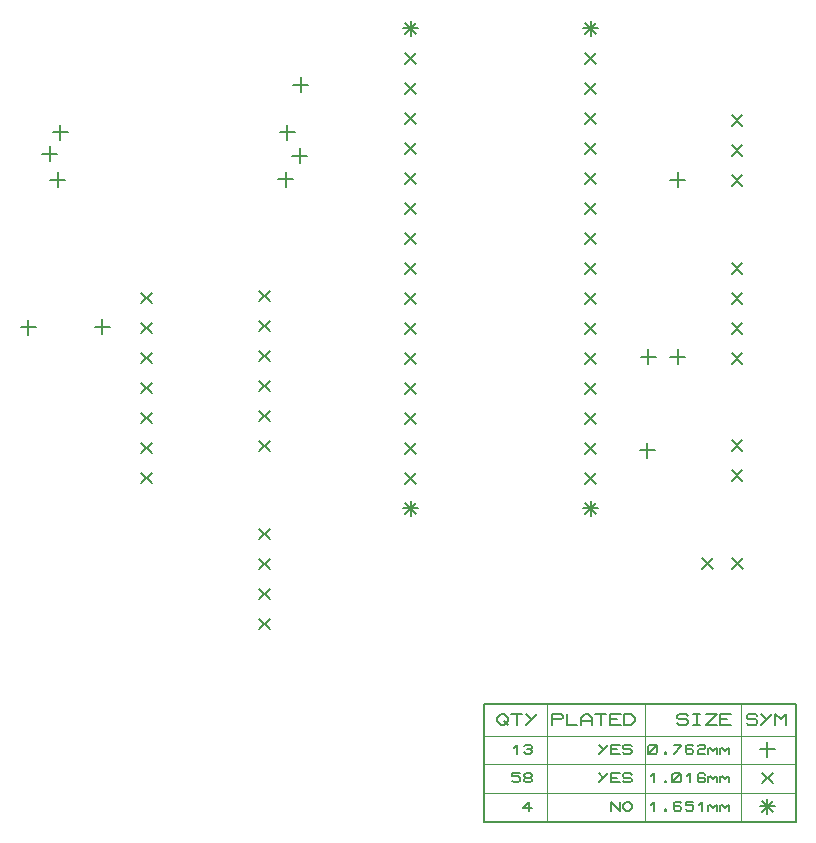
<source format=gbr>
G04 PROTEUS RS274X GERBER FILE*
%FSLAX45Y45*%
%MOMM*%
G01*
%ADD16C,0.203200*%
%ADD17C,0.127000*%
%ADD15C,0.063500*%
D16*
X-1535789Y+2127532D02*
X-1535789Y+2000532D01*
X-1472289Y+2064032D02*
X-1599289Y+2064032D01*
X-4584725Y+4823302D02*
X-4584725Y+4696302D01*
X-4521225Y+4759802D02*
X-4648225Y+4759802D01*
X-6508136Y+4823302D02*
X-6508136Y+4696302D01*
X-6444636Y+4759802D02*
X-6571636Y+4759802D01*
X-1279528Y+4418926D02*
X-1279528Y+4291926D01*
X-1216028Y+4355426D02*
X-1343028Y+4355426D01*
X-1279528Y+2918926D02*
X-1279528Y+2791926D01*
X-1216028Y+2855426D02*
X-1343028Y+2855426D01*
X-6529528Y+4418926D02*
X-6529528Y+4291926D01*
X-6466028Y+4355426D02*
X-6593028Y+4355426D01*
X-6779528Y+3168926D02*
X-6779528Y+3041926D01*
X-6716028Y+3105426D02*
X-6843028Y+3105426D01*
X-6153940Y+3174298D02*
X-6153940Y+3047298D01*
X-6090440Y+3110798D02*
X-6217440Y+3110798D01*
X-1529528Y+2918926D02*
X-1529528Y+2791926D01*
X-1466028Y+2855426D02*
X-1593028Y+2855426D01*
X-4598023Y+4424349D02*
X-4598023Y+4297349D01*
X-4534523Y+4360849D02*
X-4661523Y+4360849D01*
X-6598336Y+4637837D02*
X-6598336Y+4510837D01*
X-6534836Y+4574337D02*
X-6661836Y+4574337D01*
X-4478338Y+4623826D02*
X-4478338Y+4496826D01*
X-4414838Y+4560326D02*
X-4541838Y+4560326D01*
X-4471384Y+5221799D02*
X-4471384Y+5094799D01*
X-4407884Y+5158299D02*
X-4534884Y+5158299D01*
X-730627Y+1150327D02*
X-820429Y+1060525D01*
X-730627Y+1060525D02*
X-820429Y+1150327D01*
X-984627Y+1150327D02*
X-1074429Y+1060525D01*
X-984627Y+1060525D02*
X-1074429Y+1150327D01*
X-734627Y+2150327D02*
X-824429Y+2060525D01*
X-734627Y+2060525D02*
X-824429Y+2150327D01*
X-734627Y+1896327D02*
X-824429Y+1806525D01*
X-734627Y+1806525D02*
X-824429Y+1896327D01*
X-1972627Y+5428327D02*
X-2062429Y+5338525D01*
X-1972627Y+5338525D02*
X-2062429Y+5428327D01*
X-1972627Y+5174327D02*
X-2062429Y+5084525D01*
X-1972627Y+5084525D02*
X-2062429Y+5174327D01*
X-1972627Y+4920327D02*
X-2062429Y+4830525D01*
X-1972627Y+4830525D02*
X-2062429Y+4920327D01*
X-1972627Y+4666327D02*
X-2062429Y+4576525D01*
X-1972627Y+4576525D02*
X-2062429Y+4666327D01*
X-1972627Y+4412327D02*
X-2062429Y+4322525D01*
X-1972627Y+4322525D02*
X-2062429Y+4412327D01*
X-1972627Y+4158327D02*
X-2062429Y+4068525D01*
X-1972627Y+4068525D02*
X-2062429Y+4158327D01*
X-1972627Y+3904327D02*
X-2062429Y+3814525D01*
X-1972627Y+3814525D02*
X-2062429Y+3904327D01*
X-1972627Y+3650327D02*
X-2062429Y+3560525D01*
X-1972627Y+3560525D02*
X-2062429Y+3650327D01*
X-1972627Y+3396327D02*
X-2062429Y+3306525D01*
X-1972627Y+3306525D02*
X-2062429Y+3396327D01*
X-1972627Y+3142327D02*
X-2062429Y+3052525D01*
X-1972627Y+3052525D02*
X-2062429Y+3142327D01*
X-1972627Y+2888327D02*
X-2062429Y+2798525D01*
X-1972627Y+2798525D02*
X-2062429Y+2888327D01*
X-1972627Y+2634327D02*
X-2062429Y+2544525D01*
X-1972627Y+2544525D02*
X-2062429Y+2634327D01*
X-1972627Y+2380327D02*
X-2062429Y+2290525D01*
X-1972627Y+2290525D02*
X-2062429Y+2380327D01*
X-1972627Y+2126327D02*
X-2062429Y+2036525D01*
X-1972627Y+2036525D02*
X-2062429Y+2126327D01*
X-1972627Y+1872327D02*
X-2062429Y+1782525D01*
X-1972627Y+1782525D02*
X-2062429Y+1872327D01*
X-3496627Y+1872327D02*
X-3586429Y+1782525D01*
X-3496627Y+1782525D02*
X-3586429Y+1872327D01*
X-3496627Y+2126327D02*
X-3586429Y+2036525D01*
X-3496627Y+2036525D02*
X-3586429Y+2126327D01*
X-3496627Y+2380327D02*
X-3586429Y+2290525D01*
X-3496627Y+2290525D02*
X-3586429Y+2380327D01*
X-3496627Y+2634327D02*
X-3586429Y+2544525D01*
X-3496627Y+2544525D02*
X-3586429Y+2634327D01*
X-3496627Y+2888327D02*
X-3586429Y+2798525D01*
X-3496627Y+2798525D02*
X-3586429Y+2888327D01*
X-3496627Y+3142327D02*
X-3586429Y+3052525D01*
X-3496627Y+3052525D02*
X-3586429Y+3142327D01*
X-3496627Y+3396327D02*
X-3586429Y+3306525D01*
X-3496627Y+3306525D02*
X-3586429Y+3396327D01*
X-3496627Y+3650327D02*
X-3586429Y+3560525D01*
X-3496627Y+3560525D02*
X-3586429Y+3650327D01*
X-3496627Y+3904327D02*
X-3586429Y+3814525D01*
X-3496627Y+3814525D02*
X-3586429Y+3904327D01*
X-3496627Y+4158327D02*
X-3586429Y+4068525D01*
X-3496627Y+4068525D02*
X-3586429Y+4158327D01*
X-3496627Y+4412327D02*
X-3586429Y+4322525D01*
X-3496627Y+4322525D02*
X-3586429Y+4412327D01*
X-3496627Y+4666327D02*
X-3586429Y+4576525D01*
X-3496627Y+4576525D02*
X-3586429Y+4666327D01*
X-3496627Y+4920327D02*
X-3586429Y+4830525D01*
X-3496627Y+4830525D02*
X-3586429Y+4920327D01*
X-3496627Y+5174327D02*
X-3586429Y+5084525D01*
X-3496627Y+5084525D02*
X-3586429Y+5174327D01*
X-3496627Y+5428327D02*
X-3586429Y+5338525D01*
X-3496627Y+5338525D02*
X-3586429Y+5428327D01*
X-2017528Y+5700926D02*
X-2017528Y+5573926D01*
X-1954028Y+5637426D02*
X-2081028Y+5637426D01*
X-1972627Y+5682327D02*
X-2062429Y+5592525D01*
X-1972627Y+5592525D02*
X-2062429Y+5682327D01*
X-3541528Y+5700926D02*
X-3541528Y+5573926D01*
X-3478028Y+5637426D02*
X-3605028Y+5637426D01*
X-3496627Y+5682327D02*
X-3586429Y+5592525D01*
X-3496627Y+5592525D02*
X-3586429Y+5682327D01*
X-3541528Y+1636926D02*
X-3541528Y+1509926D01*
X-3478028Y+1573426D02*
X-3605028Y+1573426D01*
X-3496627Y+1618327D02*
X-3586429Y+1528525D01*
X-3496627Y+1528525D02*
X-3586429Y+1618327D01*
X-2017528Y+1636926D02*
X-2017528Y+1509926D01*
X-1954028Y+1573426D02*
X-2081028Y+1573426D01*
X-1972627Y+1618327D02*
X-2062429Y+1528525D01*
X-1972627Y+1528525D02*
X-2062429Y+1618327D01*
X-4734627Y+3416327D02*
X-4824429Y+3326525D01*
X-4734627Y+3326525D02*
X-4824429Y+3416327D01*
X-4734627Y+3162327D02*
X-4824429Y+3072525D01*
X-4734627Y+3072525D02*
X-4824429Y+3162327D01*
X-4734627Y+2908327D02*
X-4824429Y+2818525D01*
X-4734627Y+2818525D02*
X-4824429Y+2908327D01*
X-4734627Y+2654327D02*
X-4824429Y+2564525D01*
X-4734627Y+2564525D02*
X-4824429Y+2654327D01*
X-4734627Y+2400327D02*
X-4824429Y+2310525D01*
X-4734627Y+2310525D02*
X-4824429Y+2400327D01*
X-4734627Y+2146327D02*
X-4824429Y+2056525D01*
X-4734627Y+2056525D02*
X-4824429Y+2146327D01*
X-5734627Y+3400327D02*
X-5824429Y+3310525D01*
X-5734627Y+3310525D02*
X-5824429Y+3400327D01*
X-5734627Y+3146327D02*
X-5824429Y+3056525D01*
X-5734627Y+3056525D02*
X-5824429Y+3146327D01*
X-5734627Y+2892327D02*
X-5824429Y+2802525D01*
X-5734627Y+2802525D02*
X-5824429Y+2892327D01*
X-5734627Y+2638327D02*
X-5824429Y+2548525D01*
X-5734627Y+2548525D02*
X-5824429Y+2638327D01*
X-5734627Y+2384327D02*
X-5824429Y+2294525D01*
X-5734627Y+2294525D02*
X-5824429Y+2384327D01*
X-5734627Y+2130327D02*
X-5824429Y+2040525D01*
X-5734627Y+2040525D02*
X-5824429Y+2130327D01*
X-5734627Y+1876327D02*
X-5824429Y+1786525D01*
X-5734627Y+1786525D02*
X-5824429Y+1876327D01*
X-734627Y+4900327D02*
X-824429Y+4810525D01*
X-734627Y+4810525D02*
X-824429Y+4900327D01*
X-734627Y+4646327D02*
X-824429Y+4556525D01*
X-734627Y+4556525D02*
X-824429Y+4646327D01*
X-734627Y+4392327D02*
X-824429Y+4302525D01*
X-734627Y+4302525D02*
X-824429Y+4392327D01*
X-4734627Y+1400327D02*
X-4824429Y+1310525D01*
X-4734627Y+1310525D02*
X-4824429Y+1400327D01*
X-4734627Y+1146327D02*
X-4824429Y+1056525D01*
X-4734627Y+1056525D02*
X-4824429Y+1146327D01*
X-4734627Y+892327D02*
X-4824429Y+802525D01*
X-4734627Y+802525D02*
X-4824429Y+892327D01*
X-4734627Y+638327D02*
X-4824429Y+548525D01*
X-4734627Y+548525D02*
X-4824429Y+638327D01*
X-734627Y+3650327D02*
X-824429Y+3560525D01*
X-734627Y+3560525D02*
X-824429Y+3650327D01*
X-734627Y+3396327D02*
X-824429Y+3306525D01*
X-734627Y+3306525D02*
X-824429Y+3396327D01*
X-734627Y+3142327D02*
X-824429Y+3052525D01*
X-734627Y+3052525D02*
X-824429Y+3142327D01*
X-734627Y+2888327D02*
X-824429Y+2798525D01*
X-734627Y+2798525D02*
X-824429Y+2888327D01*
D17*
X-2918630Y-1083501D02*
X-274490Y-1083501D01*
X-274490Y-80201D01*
X-2918630Y-80201D01*
X-2918630Y-1083501D01*
D15*
X-741852Y-80201D02*
X-741852Y-1083501D01*
X-1554652Y-80201D02*
X-1554652Y-1083501D01*
X-2387772Y-80201D02*
X-2387772Y-1083501D01*
X-274490Y-353251D02*
X-2918630Y-353251D01*
X-274490Y-594551D02*
X-2918630Y-594551D01*
X-274490Y-835851D02*
X-2918630Y-835851D01*
D17*
X-697400Y-244031D02*
X-682160Y-259271D01*
X-621200Y-259271D01*
X-605960Y-244031D01*
X-605960Y-228791D01*
X-621200Y-213551D01*
X-682160Y-213551D01*
X-697400Y-198311D01*
X-697400Y-183071D01*
X-682160Y-167831D01*
X-621200Y-167831D01*
X-605960Y-183071D01*
X-484040Y-167831D02*
X-575480Y-259271D01*
X-575480Y-167831D02*
X-529760Y-213551D01*
X-453560Y-259271D02*
X-453560Y-167831D01*
X-407840Y-213551D01*
X-362120Y-167831D01*
X-362120Y-259271D01*
X-1286680Y-244031D02*
X-1271440Y-259271D01*
X-1210480Y-259271D01*
X-1195240Y-244031D01*
X-1195240Y-228791D01*
X-1210480Y-213551D01*
X-1271440Y-213551D01*
X-1286680Y-198311D01*
X-1286680Y-183071D01*
X-1271440Y-167831D01*
X-1210480Y-167831D01*
X-1195240Y-183071D01*
X-1149520Y-167831D02*
X-1088560Y-167831D01*
X-1119040Y-167831D02*
X-1119040Y-259271D01*
X-1149520Y-259271D02*
X-1088560Y-259271D01*
X-1042840Y-167831D02*
X-951400Y-167831D01*
X-1042840Y-259271D01*
X-951400Y-259271D01*
X-829480Y-259271D02*
X-920920Y-259271D01*
X-920920Y-167831D01*
X-829480Y-167831D01*
X-920920Y-213551D02*
X-859960Y-213551D01*
X-2343320Y-259271D02*
X-2343320Y-167831D01*
X-2267120Y-167831D01*
X-2251880Y-183071D01*
X-2251880Y-198311D01*
X-2267120Y-213551D01*
X-2343320Y-213551D01*
X-2221400Y-167831D02*
X-2221400Y-259271D01*
X-2129960Y-259271D01*
X-2099480Y-259271D02*
X-2099480Y-198311D01*
X-2069000Y-167831D01*
X-2038520Y-167831D01*
X-2008040Y-198311D01*
X-2008040Y-259271D01*
X-2099480Y-228791D02*
X-2008040Y-228791D01*
X-1977560Y-167831D02*
X-1886120Y-167831D01*
X-1931840Y-167831D02*
X-1931840Y-259271D01*
X-1764200Y-259271D02*
X-1855640Y-259271D01*
X-1855640Y-167831D01*
X-1764200Y-167831D01*
X-1855640Y-213551D02*
X-1794680Y-213551D01*
X-1733720Y-259271D02*
X-1733720Y-167831D01*
X-1672760Y-167831D01*
X-1642280Y-198311D01*
X-1642280Y-228791D01*
X-1672760Y-259271D01*
X-1733720Y-259271D01*
X-2810680Y-198311D02*
X-2780200Y-167831D01*
X-2749720Y-167831D01*
X-2719240Y-198311D01*
X-2719240Y-228791D01*
X-2749720Y-259271D01*
X-2780200Y-259271D01*
X-2810680Y-228791D01*
X-2810680Y-198311D01*
X-2749720Y-228791D02*
X-2719240Y-259271D01*
X-2688760Y-167831D02*
X-2597320Y-167831D01*
X-2643040Y-167831D02*
X-2643040Y-259271D01*
X-2475400Y-167831D02*
X-2566840Y-259271D01*
X-2566840Y-167831D02*
X-2521120Y-213551D01*
D16*
X-520870Y-404051D02*
X-520870Y-531051D01*
X-457370Y-467551D02*
X-584370Y-467551D01*
D17*
X-1529250Y-492951D02*
X-1529250Y-442151D01*
X-1516550Y-429451D01*
X-1465750Y-429451D01*
X-1453050Y-442151D01*
X-1453050Y-492951D01*
X-1465750Y-505651D01*
X-1516550Y-505651D01*
X-1529250Y-492951D01*
X-1529250Y-505651D02*
X-1453050Y-429451D01*
X-1389550Y-492951D02*
X-1376850Y-492951D01*
X-1376850Y-505651D01*
X-1389550Y-505651D01*
X-1389550Y-492951D01*
X-1313350Y-429451D02*
X-1249850Y-429451D01*
X-1249850Y-442151D01*
X-1313350Y-505651D01*
X-1148250Y-442151D02*
X-1160950Y-429451D01*
X-1199050Y-429451D01*
X-1211750Y-442151D01*
X-1211750Y-492951D01*
X-1199050Y-505651D01*
X-1160950Y-505651D01*
X-1148250Y-492951D01*
X-1148250Y-480251D01*
X-1160950Y-467551D01*
X-1211750Y-467551D01*
X-1110150Y-442151D02*
X-1097450Y-429451D01*
X-1059350Y-429451D01*
X-1046650Y-442151D01*
X-1046650Y-454851D01*
X-1059350Y-467551D01*
X-1097450Y-467551D01*
X-1110150Y-480251D01*
X-1110150Y-505651D01*
X-1046650Y-505651D01*
X-1021250Y-505651D02*
X-1021250Y-454851D01*
X-1021250Y-467551D02*
X-1008550Y-454851D01*
X-983150Y-480251D01*
X-957750Y-454851D01*
X-945050Y-467551D01*
X-945050Y-505651D01*
X-919650Y-505651D02*
X-919650Y-454851D01*
X-919650Y-467551D02*
X-906950Y-454851D01*
X-881550Y-480251D01*
X-856150Y-454851D01*
X-843450Y-467551D01*
X-843450Y-505651D01*
X-1872150Y-429451D02*
X-1948350Y-505651D01*
X-1948350Y-429451D02*
X-1910250Y-467551D01*
X-1770550Y-505651D02*
X-1846750Y-505651D01*
X-1846750Y-429451D01*
X-1770550Y-429451D01*
X-1846750Y-467551D02*
X-1795950Y-467551D01*
X-1745150Y-492951D02*
X-1732450Y-505651D01*
X-1681650Y-505651D01*
X-1668950Y-492951D01*
X-1668950Y-480251D01*
X-1681650Y-467551D01*
X-1732450Y-467551D01*
X-1745150Y-454851D01*
X-1745150Y-442151D01*
X-1732450Y-429451D01*
X-1681650Y-429451D01*
X-1668950Y-442151D01*
X-2667170Y-454851D02*
X-2641770Y-429451D01*
X-2641770Y-505651D01*
X-2578270Y-442151D02*
X-2565570Y-429451D01*
X-2527470Y-429451D01*
X-2514770Y-442151D01*
X-2514770Y-454851D01*
X-2527470Y-467551D01*
X-2514770Y-480251D01*
X-2514770Y-492951D01*
X-2527470Y-505651D01*
X-2565570Y-505651D01*
X-2578270Y-492951D01*
X-2552870Y-467551D02*
X-2527470Y-467551D01*
D16*
X-475969Y-663950D02*
X-565771Y-753752D01*
X-475969Y-753752D02*
X-565771Y-663950D01*
D17*
X-1503850Y-696151D02*
X-1478450Y-670751D01*
X-1478450Y-746951D01*
X-1389550Y-734251D02*
X-1376850Y-734251D01*
X-1376850Y-746951D01*
X-1389550Y-746951D01*
X-1389550Y-734251D01*
X-1326050Y-734251D02*
X-1326050Y-683451D01*
X-1313350Y-670751D01*
X-1262550Y-670751D01*
X-1249850Y-683451D01*
X-1249850Y-734251D01*
X-1262550Y-746951D01*
X-1313350Y-746951D01*
X-1326050Y-734251D01*
X-1326050Y-746951D02*
X-1249850Y-670751D01*
X-1199050Y-696151D02*
X-1173650Y-670751D01*
X-1173650Y-746951D01*
X-1046650Y-683451D02*
X-1059350Y-670751D01*
X-1097450Y-670751D01*
X-1110150Y-683451D01*
X-1110150Y-734251D01*
X-1097450Y-746951D01*
X-1059350Y-746951D01*
X-1046650Y-734251D01*
X-1046650Y-721551D01*
X-1059350Y-708851D01*
X-1110150Y-708851D01*
X-1021250Y-746951D02*
X-1021250Y-696151D01*
X-1021250Y-708851D02*
X-1008550Y-696151D01*
X-983150Y-721551D01*
X-957750Y-696151D01*
X-945050Y-708851D01*
X-945050Y-746951D01*
X-919650Y-746951D02*
X-919650Y-696151D01*
X-919650Y-708851D02*
X-906950Y-696151D01*
X-881550Y-721551D01*
X-856150Y-696151D01*
X-843450Y-708851D01*
X-843450Y-746951D01*
X-1872150Y-670751D02*
X-1948350Y-746951D01*
X-1948350Y-670751D02*
X-1910250Y-708851D01*
X-1770550Y-746951D02*
X-1846750Y-746951D01*
X-1846750Y-670751D01*
X-1770550Y-670751D01*
X-1846750Y-708851D02*
X-1795950Y-708851D01*
X-1745150Y-734251D02*
X-1732450Y-746951D01*
X-1681650Y-746951D01*
X-1668950Y-734251D01*
X-1668950Y-721551D01*
X-1681650Y-708851D01*
X-1732450Y-708851D01*
X-1745150Y-696151D01*
X-1745150Y-683451D01*
X-1732450Y-670751D01*
X-1681650Y-670751D01*
X-1668950Y-683451D01*
X-2616370Y-670751D02*
X-2679870Y-670751D01*
X-2679870Y-696151D01*
X-2629070Y-696151D01*
X-2616370Y-708851D01*
X-2616370Y-734251D01*
X-2629070Y-746951D01*
X-2667170Y-746951D01*
X-2679870Y-734251D01*
X-2565570Y-708851D02*
X-2578270Y-696151D01*
X-2578270Y-683451D01*
X-2565570Y-670751D01*
X-2527470Y-670751D01*
X-2514770Y-683451D01*
X-2514770Y-696151D01*
X-2527470Y-708851D01*
X-2565570Y-708851D01*
X-2578270Y-721551D01*
X-2578270Y-734251D01*
X-2565570Y-746951D01*
X-2527470Y-746951D01*
X-2514770Y-734251D01*
X-2514770Y-721551D01*
X-2527470Y-708851D01*
D16*
X-520870Y-886651D02*
X-520870Y-1013651D01*
X-457370Y-950151D02*
X-584370Y-950151D01*
X-475969Y-905250D02*
X-565771Y-995052D01*
X-475969Y-995052D02*
X-565771Y-905250D01*
D17*
X-1503850Y-937451D02*
X-1478450Y-912051D01*
X-1478450Y-988251D01*
X-1389550Y-975551D02*
X-1376850Y-975551D01*
X-1376850Y-988251D01*
X-1389550Y-988251D01*
X-1389550Y-975551D01*
X-1249850Y-924751D02*
X-1262550Y-912051D01*
X-1300650Y-912051D01*
X-1313350Y-924751D01*
X-1313350Y-975551D01*
X-1300650Y-988251D01*
X-1262550Y-988251D01*
X-1249850Y-975551D01*
X-1249850Y-962851D01*
X-1262550Y-950151D01*
X-1313350Y-950151D01*
X-1148250Y-912051D02*
X-1211750Y-912051D01*
X-1211750Y-937451D01*
X-1160950Y-937451D01*
X-1148250Y-950151D01*
X-1148250Y-975551D01*
X-1160950Y-988251D01*
X-1199050Y-988251D01*
X-1211750Y-975551D01*
X-1097450Y-937451D02*
X-1072050Y-912051D01*
X-1072050Y-988251D01*
X-1021250Y-988251D02*
X-1021250Y-937451D01*
X-1021250Y-950151D02*
X-1008550Y-937451D01*
X-983150Y-962851D01*
X-957750Y-937451D01*
X-945050Y-950151D01*
X-945050Y-988251D01*
X-919650Y-988251D02*
X-919650Y-937451D01*
X-919650Y-950151D02*
X-906950Y-937451D01*
X-881550Y-962851D01*
X-856150Y-937451D01*
X-843450Y-950151D01*
X-843450Y-988251D01*
X-1846750Y-988251D02*
X-1846750Y-912051D01*
X-1770550Y-988251D01*
X-1770550Y-912051D01*
X-1745150Y-937451D02*
X-1719750Y-912051D01*
X-1694350Y-912051D01*
X-1668950Y-937451D01*
X-1668950Y-962851D01*
X-1694350Y-988251D01*
X-1719750Y-988251D01*
X-1745150Y-962851D01*
X-1745150Y-937451D01*
X-2514770Y-962851D02*
X-2590970Y-962851D01*
X-2540170Y-912051D01*
X-2540170Y-988251D01*
M02*

</source>
